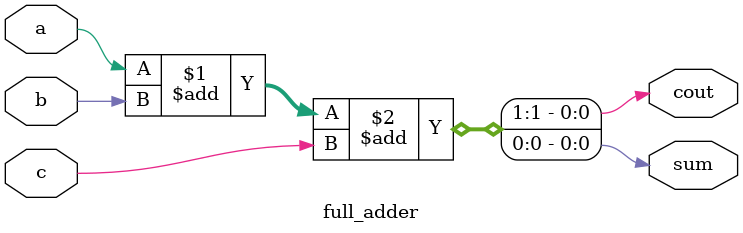
<source format=sv>
module full_adder(input a,b,c,output sum,cout);
 logic a,b,c;
 logic sum,cout;
 assign {cout,sum}=a+b+c;
endmodule
 

</source>
